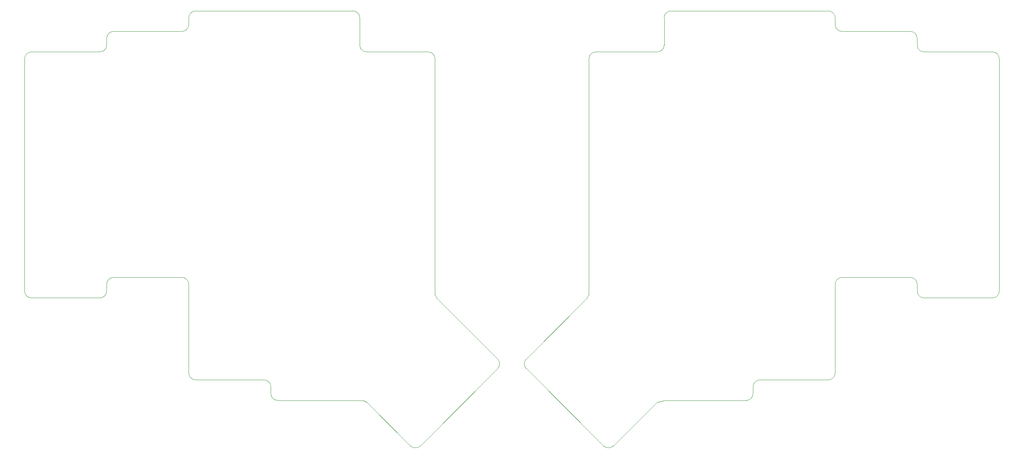
<source format=gm1>
%TF.GenerationSoftware,KiCad,Pcbnew,(5.99.0-13276-g0b59246279)*%
%TF.CreationDate,2021-11-22T01:28:44-07:00*%
%TF.ProjectId,sui,7375692e-6b69-4636-9164-5f7063625858,1*%
%TF.SameCoordinates,Original*%
%TF.FileFunction,Profile,NP*%
%FSLAX46Y46*%
G04 Gerber Fmt 4.6, Leading zero omitted, Abs format (unit mm)*
G04 Created by KiCad (PCBNEW (5.99.0-13276-g0b59246279)) date 2021-11-22 01:28:44*
%MOMM*%
%LPD*%
G01*
G04 APERTURE LIST*
%TA.AperFunction,Profile*%
%ADD10C,0.100000*%
%TD*%
G04 APERTURE END LIST*
D10*
X38893750Y-53975000D02*
X54768750Y-53975000D01*
X244475000Y-52387500D02*
G75*
G03*
X246062500Y-53975000I1587500J0D01*
G01*
X167770144Y-111268030D02*
X153738494Y-125299680D01*
X130968750Y-53975000D02*
X116681250Y-53975000D01*
X92868750Y-130175000D02*
X76993750Y-130175000D01*
X54768750Y-53975000D02*
G75*
G03*
X56356250Y-52387500I0J1587500D01*
G01*
X38893750Y-53975000D02*
G75*
G03*
X37306250Y-55562500I0J-1587500D01*
G01*
X56356250Y-109537500D02*
X56356250Y-107950000D01*
X169862500Y-53975000D02*
G75*
G03*
X168275000Y-55562500I0J-1587500D01*
G01*
X126887180Y-145505256D02*
G75*
G03*
X129132244Y-145505256I1122532J1122532D01*
G01*
X37306250Y-109537500D02*
X37306250Y-55562500D01*
X56356250Y-52387500D02*
X56356250Y-50800000D01*
X126887180Y-145505256D02*
X116784392Y-135402468D01*
X75406250Y-107950000D02*
G75*
G03*
X73818750Y-106362500I-1587500J0D01*
G01*
X167770144Y-111268030D02*
X168275000Y-110331250D01*
X244475000Y-109537500D02*
G75*
G03*
X246062500Y-111125000I1587500J0D01*
G01*
X75406250Y-128587500D02*
X75406250Y-107950000D01*
X206375000Y-133350000D02*
X206375000Y-131762500D01*
X173944070Y-145505256D02*
X184046858Y-135402468D01*
X73818750Y-106362500D02*
X57943750Y-106362500D01*
X153738494Y-127544744D02*
X171699006Y-145505256D01*
X73818750Y-49212500D02*
G75*
G03*
X75406250Y-47625000I0J1587500D01*
G01*
X54768750Y-111125000D02*
X38893750Y-111125000D01*
X225425000Y-46037500D02*
G75*
G03*
X223837500Y-44450000I-1587500J0D01*
G01*
X261937500Y-111125000D02*
G75*
G03*
X263525000Y-109537500I0J1587500D01*
G01*
X96043750Y-134937500D02*
X111918750Y-134937500D01*
X132556250Y-55562500D02*
G75*
G03*
X130968750Y-53975000I-1587500J0D01*
G01*
X115093750Y-46037500D02*
G75*
G03*
X113506250Y-44450000I-1587500J0D01*
G01*
X169862500Y-53975000D02*
X184150000Y-53975000D01*
X207962500Y-130175000D02*
G75*
G03*
X206375000Y-131762500I0J-1587500D01*
G01*
X115093750Y-52387500D02*
X115093750Y-46037500D01*
X94456250Y-133350000D02*
X94456250Y-131762500D01*
X223837500Y-130175000D02*
X207962500Y-130175000D01*
X171699006Y-145505256D02*
G75*
G03*
X173944070Y-145505256I1122532J1122532D01*
G01*
X184150000Y-53975000D02*
G75*
G03*
X185737500Y-52387500I0J1587500D01*
G01*
X76993750Y-44450000D02*
G75*
G03*
X75406250Y-46037500I0J-1587500D01*
G01*
X225425000Y-107950000D02*
X225425000Y-128587500D01*
X242887500Y-106362500D02*
X227012500Y-106362500D01*
X204787500Y-134937500D02*
G75*
G03*
X206375000Y-133350000I0J1587500D01*
G01*
X57943750Y-49212500D02*
X73818750Y-49212500D01*
X185737500Y-134937500D02*
X184046858Y-135402468D01*
X75406250Y-128587500D02*
G75*
G03*
X76993750Y-130175000I1587500J0D01*
G01*
X132556250Y-55562500D02*
X132556250Y-107156250D01*
X187325000Y-44450000D02*
G75*
G03*
X185737500Y-46037500I0J-1587500D01*
G01*
X223837500Y-130175000D02*
G75*
G03*
X225425000Y-128587500I0J1587500D01*
G01*
X76993750Y-44450000D02*
X113506250Y-44450000D01*
X223837500Y-44450000D02*
X187325000Y-44450000D01*
X116784392Y-135402468D02*
X115887500Y-134937500D01*
X132556250Y-110331250D02*
X133061106Y-111268030D01*
X204787500Y-134937500D02*
X185737500Y-134937500D01*
X244475000Y-50800000D02*
G75*
G03*
X242887500Y-49212500I-1587500J0D01*
G01*
X225425000Y-47625000D02*
G75*
G03*
X227012500Y-49212500I1587500J0D01*
G01*
X246062500Y-53975000D02*
X261937500Y-53975000D01*
X132556250Y-107156250D02*
X132556250Y-110331250D01*
X147092756Y-127544744D02*
X129132244Y-145505256D01*
X94456250Y-131762500D02*
G75*
G03*
X92868750Y-130175000I-1587500J0D01*
G01*
X244475000Y-107950000D02*
G75*
G03*
X242887500Y-106362500I-1587500J0D01*
G01*
X115093750Y-134937500D02*
X115887500Y-134937500D01*
X147092756Y-125299680D02*
X133061106Y-111268030D01*
X57943750Y-49212500D02*
G75*
G03*
X56356250Y-50800000I0J-1587500D01*
G01*
X94456250Y-133350000D02*
G75*
G03*
X96043750Y-134937500I1587500J0D01*
G01*
X263525000Y-55562500D02*
X263525000Y-109537500D01*
X244475000Y-52387500D02*
X244475000Y-50800000D01*
X37306250Y-109537500D02*
G75*
G03*
X38893750Y-111125000I1587500J0D01*
G01*
X244475000Y-109537500D02*
X244475000Y-107950000D01*
X261937500Y-111125000D02*
X246062500Y-111125000D01*
X263525000Y-55562500D02*
G75*
G03*
X261937500Y-53975000I-1587500J0D01*
G01*
X75406250Y-47625000D02*
X75406250Y-46037500D01*
X57943750Y-106362500D02*
G75*
G03*
X56356250Y-107950000I0J-1587500D01*
G01*
X54768750Y-111125000D02*
G75*
G03*
X56356250Y-109537500I0J1587500D01*
G01*
X111918750Y-134937500D02*
X115093750Y-134937500D01*
X227012500Y-106362500D02*
G75*
G03*
X225425000Y-107950000I0J-1587500D01*
G01*
X168275000Y-55562500D02*
X168275000Y-110331250D01*
X147092756Y-127544744D02*
G75*
G03*
X147092756Y-125299680I-1122532J1122532D01*
G01*
X225425000Y-47625000D02*
X225425000Y-46037500D01*
X185737500Y-52387500D02*
X185737500Y-46037500D01*
X153738494Y-125299680D02*
G75*
G03*
X153738494Y-127544744I1122532J-1122532D01*
G01*
X227012500Y-49212500D02*
X242887500Y-49212500D01*
X115093750Y-52387500D02*
G75*
G03*
X116681250Y-53975000I1587500J0D01*
G01*
M02*

</source>
